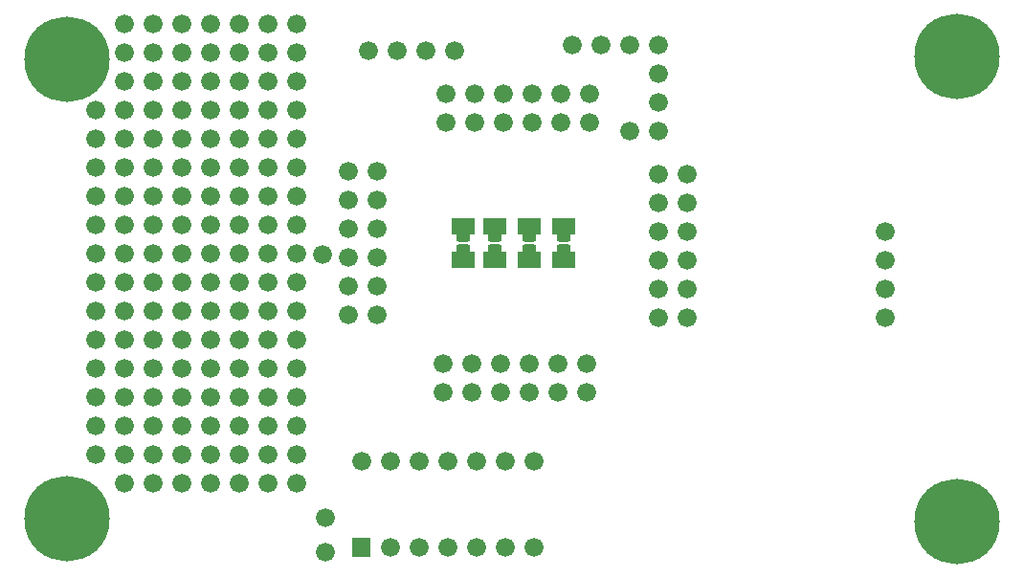
<source format=gbs>
G04 start of page 9 for group -4062 idx -4062 *
G04 Title: (unknown), soldermask *
G04 Creator: pcb 4.2.0 *
G04 CreationDate: Mon May  4 13:26:18 2020 UTC *
G04 For: xpi *
G04 Format: Gerber/RS-274X *
G04 PCB-Dimensions (mil): 3500.00 2000.00 *
G04 PCB-Coordinate-Origin: lower left *
%MOIN*%
%FSLAX25Y25*%
%LNBOTTOMMASK*%
%ADD79C,0.0660*%
%ADD78C,0.0001*%
%ADD77C,0.2974*%
G54D77*X330000Y19000D03*
X20000Y180000D03*
X330000Y181000D03*
X20000Y20000D03*
G54D78*G36*
X119200Y13300D02*Y6700D01*
X125800D01*
Y13300D01*
X119200D01*
G37*
G54D79*X132500Y10000D03*
X142500D03*
X152500D03*
X162500D03*
X172500D03*
X182500D03*
Y40000D03*
X172500D03*
X162500D03*
X152500D03*
X142500D03*
X132500D03*
X122500D03*
X128000Y111000D03*
X236000Y110000D03*
X118000Y111000D03*
X128000Y101000D03*
X118000D03*
X236000Y100000D03*
X128000Y91000D03*
X118000D03*
X236000Y90000D03*
X171000Y74000D03*
X201000D03*
X191000D03*
X181000D03*
X171000Y64000D03*
X161000D03*
X151000D03*
X201000D03*
X191000D03*
X181000D03*
X161000Y74000D03*
X151000D03*
X100000Y72500D03*
Y62500D03*
Y52500D03*
Y42500D03*
Y32500D03*
X90000D03*
X110000Y20500D03*
Y8500D03*
X90000Y52500D03*
Y42500D03*
X80000Y82500D03*
Y72500D03*
Y62500D03*
Y52500D03*
Y42500D03*
Y32500D03*
X305000Y110000D03*
Y100000D03*
Y90000D03*
Y120000D03*
X236000Y140000D03*
Y130000D03*
Y120000D03*
X226000Y140000D03*
Y130000D03*
Y120000D03*
Y110000D03*
Y100000D03*
Y90000D03*
X172000Y168000D03*
Y158000D03*
X162000Y168000D03*
Y158000D03*
X192000Y168000D03*
X182000D03*
X152000D03*
Y158000D03*
X155000Y183000D03*
X145000D03*
X202000Y168000D03*
X206000Y185000D03*
X196000D03*
X202000Y158000D03*
X192000D03*
X182000D03*
X216000Y155000D03*
X226000Y185000D03*
Y175000D03*
Y165000D03*
Y155000D03*
X216000Y185000D03*
X128000Y141000D03*
Y131000D03*
Y121000D03*
X118000Y141000D03*
Y131000D03*
Y121000D03*
X135000Y183000D03*
X125000D03*
X100000Y182500D03*
X90000D03*
X100000Y172500D03*
X90000D03*
Y162500D03*
X80000Y182500D03*
Y172500D03*
Y162500D03*
X100000Y192500D03*
X90000D03*
X80000D03*
X100000Y162500D03*
Y152500D03*
Y142500D03*
Y132500D03*
Y122500D03*
Y112500D03*
X90000Y152500D03*
Y142500D03*
Y132500D03*
Y122500D03*
X80000Y152500D03*
Y142500D03*
Y132500D03*
Y122500D03*
X109000Y112000D03*
X90000Y112500D03*
Y102500D03*
Y92500D03*
Y82500D03*
Y72500D03*
Y62500D03*
X80000Y112500D03*
Y102500D03*
Y92500D03*
X100000Y102500D03*
Y92500D03*
Y82500D03*
X50000Y112500D03*
Y102500D03*
Y92500D03*
Y82500D03*
Y72500D03*
Y62500D03*
X40000Y112500D03*
Y102500D03*
Y92500D03*
X60000Y102500D03*
Y92500D03*
Y82500D03*
Y72500D03*
Y62500D03*
Y52500D03*
Y42500D03*
Y32500D03*
X50000D03*
Y52500D03*
Y42500D03*
X40000Y82500D03*
Y72500D03*
Y62500D03*
Y52500D03*
Y42500D03*
Y32500D03*
X70000Y162500D03*
Y152500D03*
Y142500D03*
Y132500D03*
Y122500D03*
Y112500D03*
Y102500D03*
Y92500D03*
Y82500D03*
Y72500D03*
Y62500D03*
Y52500D03*
Y42500D03*
Y32500D03*
X60000Y182500D03*
X50000D03*
X60000Y172500D03*
X50000D03*
Y162500D03*
X40000Y182500D03*
Y172500D03*
Y162500D03*
Y192500D03*
X70000Y182500D03*
Y192500D03*
Y172500D03*
X60000Y192500D03*
X50000D03*
X60000Y162500D03*
Y152500D03*
Y142500D03*
Y132500D03*
Y122500D03*
Y112500D03*
X50000Y152500D03*
Y142500D03*
Y132500D03*
Y122500D03*
X40000Y152500D03*
Y142500D03*
Y132500D03*
Y122500D03*
X30000Y162500D03*
Y152500D03*
Y142500D03*
Y132500D03*
Y122500D03*
Y112500D03*
Y102500D03*
Y92500D03*
Y82500D03*
Y72500D03*
Y62500D03*
Y52500D03*
Y42500D03*
G54D78*G36*
X191323Y118858D02*Y116290D01*
X194677D01*
Y118858D01*
X191323D01*
G37*
G36*
Y115710D02*Y113142D01*
X194677D01*
Y115710D01*
X191323D01*
G37*
G36*
X190732Y120335D02*Y116783D01*
X195268D01*
Y120335D01*
X190732D01*
G37*
G36*
Y115217D02*Y111665D01*
X195268D01*
Y115217D01*
X190732D01*
G37*
G36*
X188960Y124764D02*Y119046D01*
X197040D01*
Y124764D01*
X188960D01*
G37*
G36*
Y112954D02*Y107236D01*
X197040D01*
Y112954D01*
X188960D01*
G37*
G36*
X179323Y118858D02*Y116290D01*
X182677D01*
Y118858D01*
X179323D01*
G37*
G36*
Y115710D02*Y113142D01*
X182677D01*
Y115710D01*
X179323D01*
G37*
G36*
X178732Y120335D02*Y116783D01*
X183268D01*
Y120335D01*
X178732D01*
G37*
G36*
Y115217D02*Y111665D01*
X183268D01*
Y115217D01*
X178732D01*
G37*
G36*
X176960Y124764D02*Y119046D01*
X185040D01*
Y124764D01*
X176960D01*
G37*
G36*
Y112954D02*Y107236D01*
X185040D01*
Y112954D01*
X176960D01*
G37*
G36*
X167323Y118858D02*Y116290D01*
X170677D01*
Y118858D01*
X167323D01*
G37*
G36*
X156323D02*Y116290D01*
X159677D01*
Y118858D01*
X156323D01*
G37*
G36*
X155732Y120335D02*Y116783D01*
X160268D01*
Y120335D01*
X155732D01*
G37*
G36*
X153960Y124764D02*Y119046D01*
X162040D01*
Y124764D01*
X153960D01*
G37*
G36*
X167323Y115710D02*Y113142D01*
X170677D01*
Y115710D01*
X167323D01*
G37*
G36*
X156323D02*Y113142D01*
X159677D01*
Y115710D01*
X156323D01*
G37*
G36*
X155732Y115217D02*Y111665D01*
X160268D01*
Y115217D01*
X155732D01*
G37*
G36*
X153960Y112954D02*Y107236D01*
X162040D01*
Y112954D01*
X153960D01*
G37*
G36*
X166732Y120335D02*Y116783D01*
X171268D01*
Y120335D01*
X166732D01*
G37*
G36*
X164960Y124764D02*Y119046D01*
X173040D01*
Y124764D01*
X164960D01*
G37*
G36*
X166732Y115217D02*Y111665D01*
X171268D01*
Y115217D01*
X166732D01*
G37*
G36*
X164960Y112954D02*Y107236D01*
X173040D01*
Y112954D01*
X164960D01*
G37*
M02*

</source>
